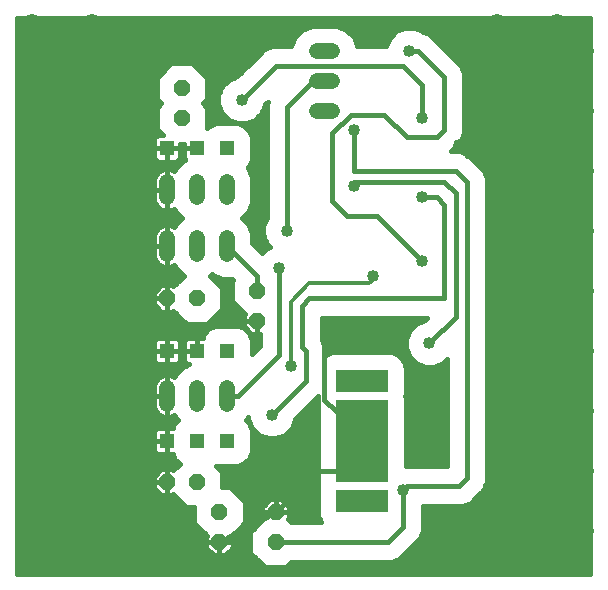
<source format=gbl>
G75*
%MOIN*%
%OFA0B0*%
%FSLAX25Y25*%
%IPPOS*%
%LPD*%
%AMOC8*
5,1,8,0,0,1.08239X$1,22.5*
%
%ADD10OC8,0.05200*%
%ADD11R,0.05150X0.05150*%
%ADD12C,0.05200*%
%ADD13C,0.06600*%
%ADD14R,0.17500X0.27500*%
%ADD15R,0.17500X0.07500*%
%ADD16C,0.01600*%
%ADD17C,0.04000*%
%ADD18C,0.04800*%
%ADD19C,0.01200*%
D10*
X0051800Y0038050D03*
X0061800Y0038050D03*
X0069300Y0028050D03*
X0069300Y0018050D03*
X0088050Y0018050D03*
X0088050Y0028050D03*
X0081800Y0091800D03*
X0081800Y0101800D03*
X0061800Y0099300D03*
X0051800Y0099300D03*
X0056800Y0159300D03*
X0056800Y0169300D03*
D11*
X0051800Y0149300D03*
X0061800Y0149300D03*
X0071800Y0149300D03*
X0071800Y0081800D03*
X0061800Y0081800D03*
X0051800Y0081800D03*
X0051800Y0051800D03*
X0061800Y0051800D03*
X0071800Y0051800D03*
D12*
X0071800Y0064200D02*
X0071800Y0069400D01*
X0061800Y0069400D02*
X0061800Y0064200D01*
X0051800Y0064200D02*
X0051800Y0069400D01*
X0051800Y0114200D02*
X0051800Y0119400D01*
X0061800Y0119400D02*
X0061800Y0114200D01*
X0071800Y0114200D02*
X0071800Y0119400D01*
X0071800Y0132950D02*
X0071800Y0138150D01*
X0061800Y0138150D02*
X0061800Y0132950D01*
X0051800Y0132950D02*
X0051800Y0138150D01*
X0101700Y0161800D02*
X0106900Y0161800D01*
X0106900Y0171800D02*
X0101700Y0171800D01*
X0101700Y0181800D02*
X0106900Y0181800D01*
D13*
X0111800Y0071800D03*
X0111800Y0061800D03*
X0111800Y0051800D03*
X0111800Y0041800D03*
X0111800Y0031800D03*
X0121800Y0031800D03*
X0121800Y0041800D03*
X0121800Y0051800D03*
X0121800Y0061800D03*
X0121800Y0071800D03*
D14*
X0116800Y0051800D03*
D15*
X0116800Y0031800D03*
X0116800Y0071800D03*
D16*
X0001800Y0007600D02*
X0001800Y0192850D01*
X0192850Y0192850D01*
X0192850Y0007600D01*
X0001800Y0007600D01*
X0001800Y0008194D02*
X0192850Y0008194D01*
X0192850Y0009793D02*
X0091672Y0009793D01*
X0091529Y0009650D02*
X0093329Y0011450D01*
X0126863Y0011450D01*
X0129289Y0012455D01*
X0134289Y0017455D01*
X0136145Y0019311D01*
X0137150Y0021737D01*
X0137150Y0030200D01*
X0150613Y0030200D01*
X0153039Y0031205D01*
X0154895Y0033061D01*
X0154895Y0033061D01*
X0155539Y0033705D01*
X0157395Y0035561D01*
X0158400Y0037987D01*
X0158400Y0139363D01*
X0157395Y0141789D01*
X0155539Y0143645D01*
X0151789Y0147395D01*
X0149363Y0148400D01*
X0146484Y0148400D01*
X0148039Y0149955D01*
X0149895Y0151811D01*
X0150900Y0154237D01*
X0150900Y0174363D01*
X0149895Y0176789D01*
X0141145Y0185539D01*
X0139289Y0187395D01*
X0137229Y0188248D01*
X0137065Y0188413D01*
X0134198Y0189600D01*
X0131095Y0189600D01*
X0128228Y0188413D01*
X0126034Y0186218D01*
X0124867Y0183400D01*
X0115300Y0183400D01*
X0115300Y0183471D01*
X0114021Y0186558D01*
X0111658Y0188921D01*
X0108571Y0190200D01*
X0100029Y0190200D01*
X0096942Y0188921D01*
X0094579Y0186558D01*
X0093300Y0183471D01*
X0093300Y0183400D01*
X0086737Y0183400D01*
X0084311Y0182395D01*
X0082455Y0180539D01*
X0082455Y0180539D01*
X0075266Y0173350D01*
X0075248Y0173350D01*
X0072382Y0172163D01*
X0070187Y0169968D01*
X0069000Y0167102D01*
X0069000Y0163998D01*
X0070187Y0161132D01*
X0072382Y0158937D01*
X0075248Y0157750D01*
X0078352Y0157750D01*
X0081218Y0158937D01*
X0083413Y0161132D01*
X0084600Y0163998D01*
X0084600Y0164016D01*
X0085379Y0164795D01*
X0085200Y0164363D01*
X0085200Y0126231D01*
X0085187Y0126218D01*
X0084000Y0123352D01*
X0084000Y0120248D01*
X0085187Y0117382D01*
X0086137Y0116432D01*
X0084882Y0115913D01*
X0083451Y0114482D01*
X0080200Y0117734D01*
X0080200Y0121071D01*
X0078921Y0124158D01*
X0076904Y0126175D01*
X0078921Y0128192D01*
X0080200Y0131279D01*
X0080200Y0139821D01*
X0078921Y0142908D01*
X0078841Y0142989D01*
X0079292Y0143440D01*
X0080175Y0145571D01*
X0080175Y0153028D01*
X0079292Y0155160D01*
X0077660Y0156792D01*
X0075528Y0157675D01*
X0068071Y0157675D01*
X0065940Y0156792D01*
X0065200Y0156052D01*
X0065200Y0162779D01*
X0063679Y0164300D01*
X0065200Y0165821D01*
X0065200Y0172779D01*
X0060279Y0177700D01*
X0053321Y0177700D01*
X0048400Y0172779D01*
X0048400Y0165821D01*
X0049921Y0164300D01*
X0048400Y0162779D01*
X0048400Y0155821D01*
X0050546Y0153675D01*
X0048988Y0153675D01*
X0048530Y0153552D01*
X0048120Y0153315D01*
X0047785Y0152980D01*
X0047548Y0152570D01*
X0047425Y0152112D01*
X0047425Y0149300D01*
X0051800Y0149300D01*
X0056175Y0149300D01*
X0056175Y0150900D01*
X0057425Y0150900D01*
X0057425Y0149300D01*
X0061800Y0149300D01*
X0061800Y0149300D01*
X0057425Y0149300D01*
X0057425Y0146488D01*
X0057548Y0146030D01*
X0057785Y0145620D01*
X0057814Y0145591D01*
X0057042Y0145271D01*
X0054679Y0142908D01*
X0054230Y0141824D01*
X0054106Y0141913D01*
X0053489Y0142228D01*
X0052830Y0142442D01*
X0052146Y0142550D01*
X0051800Y0142550D01*
X0051800Y0135550D01*
X0051800Y0135550D01*
X0051800Y0128550D01*
X0052146Y0128550D01*
X0052830Y0128658D01*
X0053489Y0128872D01*
X0054106Y0129187D01*
X0054230Y0129276D01*
X0054679Y0128192D01*
X0056696Y0126175D01*
X0054679Y0124158D01*
X0054230Y0123074D01*
X0054106Y0123163D01*
X0053489Y0123478D01*
X0052830Y0123692D01*
X0052146Y0123800D01*
X0051800Y0123800D01*
X0051800Y0116800D01*
X0051800Y0116800D01*
X0051800Y0109800D01*
X0052146Y0109800D01*
X0052830Y0109908D01*
X0053489Y0110122D01*
X0054106Y0110437D01*
X0054230Y0110526D01*
X0054679Y0109442D01*
X0057042Y0107079D01*
X0057507Y0106886D01*
X0053972Y0103351D01*
X0053623Y0103700D01*
X0051800Y0103700D01*
X0051800Y0099300D01*
X0051800Y0099300D01*
X0051800Y0094900D01*
X0053623Y0094900D01*
X0053972Y0095249D01*
X0058321Y0090900D01*
X0065279Y0090900D01*
X0070200Y0095821D01*
X0070200Y0102779D01*
X0066093Y0106886D01*
X0066558Y0107079D01*
X0066800Y0107321D01*
X0067042Y0107079D01*
X0070129Y0105800D01*
X0073466Y0105800D01*
X0073693Y0105573D01*
X0073400Y0105279D01*
X0073400Y0098321D01*
X0077749Y0093972D01*
X0077400Y0093623D01*
X0077400Y0091800D01*
X0081800Y0091800D01*
X0081800Y0087400D01*
X0082700Y0087400D01*
X0082700Y0083284D01*
X0080175Y0080759D01*
X0080175Y0085528D01*
X0079292Y0087660D01*
X0077660Y0089292D01*
X0075528Y0090175D01*
X0068071Y0090175D01*
X0065940Y0089292D01*
X0064308Y0087660D01*
X0063693Y0086175D01*
X0061800Y0086175D01*
X0061800Y0081800D01*
X0061800Y0081800D01*
X0061800Y0081800D01*
X0057425Y0081800D01*
X0057425Y0084612D01*
X0057548Y0085070D01*
X0057785Y0085480D01*
X0058120Y0085815D01*
X0058530Y0086052D01*
X0058988Y0086175D01*
X0061800Y0086175D01*
X0061800Y0081800D01*
X0057425Y0081800D01*
X0057425Y0078988D01*
X0057548Y0078530D01*
X0057785Y0078120D01*
X0058120Y0077785D01*
X0058530Y0077548D01*
X0058988Y0077425D01*
X0059224Y0077425D01*
X0057042Y0076521D01*
X0054679Y0074158D01*
X0054230Y0073074D01*
X0054106Y0073163D01*
X0053489Y0073478D01*
X0052830Y0073692D01*
X0052146Y0073800D01*
X0051800Y0073800D01*
X0051800Y0066800D01*
X0051800Y0066800D01*
X0051800Y0059800D01*
X0052146Y0059800D01*
X0052830Y0059908D01*
X0053489Y0060122D01*
X0054106Y0060437D01*
X0054230Y0060526D01*
X0054679Y0059442D01*
X0055384Y0058736D01*
X0054308Y0057660D01*
X0053693Y0056175D01*
X0051800Y0056175D01*
X0051800Y0051800D01*
X0051800Y0051800D01*
X0051800Y0047425D01*
X0053693Y0047425D01*
X0054308Y0045940D01*
X0055940Y0044308D01*
X0056109Y0044238D01*
X0053972Y0042101D01*
X0053623Y0042450D01*
X0051800Y0042450D01*
X0051800Y0038050D01*
X0051800Y0026800D01*
X0060550Y0018050D01*
X0069300Y0018050D01*
X0088050Y0028050D01*
X0101800Y0041800D01*
X0111800Y0041800D01*
X0121800Y0041800D01*
X0121800Y0051800D01*
X0111800Y0051800D01*
X0111800Y0061800D01*
X0108050Y0061800D01*
X0104300Y0065550D01*
X0104300Y0084300D01*
X0108050Y0088050D01*
X0103400Y0088120D02*
X0132439Y0088120D01*
X0132687Y0088718D02*
X0131500Y0085852D01*
X0131500Y0082748D01*
X0132687Y0079882D01*
X0134882Y0077687D01*
X0137748Y0076500D01*
X0140852Y0076500D01*
X0143718Y0077687D01*
X0145200Y0079169D01*
X0145200Y0043400D01*
X0131350Y0043400D01*
X0131350Y0066704D01*
X0131310Y0066800D01*
X0131350Y0066896D01*
X0131350Y0076704D01*
X0130467Y0078835D01*
X0128835Y0080467D01*
X0126704Y0081350D01*
X0106896Y0081350D01*
X0104765Y0080467D01*
X0104650Y0080352D01*
X0104650Y0083113D01*
X0103645Y0085539D01*
X0103400Y0085784D01*
X0103400Y0092700D01*
X0138366Y0092700D01*
X0137766Y0092100D01*
X0137748Y0092100D01*
X0134882Y0090913D01*
X0132687Y0088718D01*
X0133687Y0089718D02*
X0103400Y0089718D01*
X0103400Y0091317D02*
X0135857Y0091317D01*
X0131777Y0086521D02*
X0103400Y0086521D01*
X0103900Y0084923D02*
X0131500Y0084923D01*
X0131500Y0083324D02*
X0104562Y0083324D01*
X0104650Y0081726D02*
X0131924Y0081726D01*
X0132586Y0080127D02*
X0129175Y0080127D01*
X0130594Y0078529D02*
X0134041Y0078529D01*
X0136710Y0076930D02*
X0131256Y0076930D01*
X0131350Y0075332D02*
X0145200Y0075332D01*
X0145200Y0076930D02*
X0141890Y0076930D01*
X0144559Y0078529D02*
X0145200Y0078529D01*
X0145200Y0073733D02*
X0131350Y0073733D01*
X0131350Y0072134D02*
X0145200Y0072134D01*
X0145200Y0070536D02*
X0131350Y0070536D01*
X0131350Y0068937D02*
X0145200Y0068937D01*
X0145200Y0067339D02*
X0131350Y0067339D01*
X0131350Y0065740D02*
X0145200Y0065740D01*
X0145200Y0064142D02*
X0131350Y0064142D01*
X0131350Y0062543D02*
X0145200Y0062543D01*
X0145200Y0060945D02*
X0131350Y0060945D01*
X0131350Y0059346D02*
X0145200Y0059346D01*
X0145200Y0057748D02*
X0131350Y0057748D01*
X0131350Y0056149D02*
X0145200Y0056149D01*
X0145200Y0054551D02*
X0131350Y0054551D01*
X0131350Y0052952D02*
X0145200Y0052952D01*
X0145200Y0051354D02*
X0131350Y0051354D01*
X0131350Y0049755D02*
X0145200Y0049755D01*
X0145200Y0048157D02*
X0131350Y0048157D01*
X0131350Y0046558D02*
X0145200Y0046558D01*
X0145200Y0044960D02*
X0131350Y0044960D01*
X0131800Y0036800D02*
X0130550Y0035550D01*
X0130550Y0023050D01*
X0125550Y0018050D01*
X0088050Y0018050D01*
X0082300Y0024179D02*
X0077309Y0024179D01*
X0077700Y0024571D02*
X0077700Y0031529D01*
X0072779Y0036450D01*
X0070200Y0036450D01*
X0070200Y0041529D01*
X0068304Y0043425D01*
X0075528Y0043425D01*
X0077660Y0044308D01*
X0079292Y0045940D01*
X0080175Y0048071D01*
X0080175Y0055528D01*
X0079292Y0057660D01*
X0078216Y0058736D01*
X0078921Y0059442D01*
X0079000Y0059632D01*
X0079000Y0058998D01*
X0080187Y0056132D01*
X0082382Y0053937D01*
X0085248Y0052750D01*
X0088352Y0052750D01*
X0091218Y0053937D01*
X0093413Y0056132D01*
X0094600Y0058998D01*
X0094600Y0059016D01*
X0102250Y0066666D01*
X0102250Y0036896D01*
X0102290Y0036800D01*
X0102250Y0036704D01*
X0102250Y0026896D01*
X0103133Y0024765D01*
X0103248Y0024650D01*
X0093329Y0024650D01*
X0092101Y0025878D01*
X0092450Y0026227D01*
X0092450Y0028050D01*
X0092450Y0029873D01*
X0089873Y0032450D01*
X0088050Y0032450D01*
X0088050Y0028050D01*
X0088050Y0028050D01*
X0092450Y0028050D01*
X0088050Y0028050D01*
X0088050Y0028050D01*
X0088050Y0028050D01*
X0083650Y0028050D01*
X0083650Y0029873D01*
X0086227Y0032450D01*
X0088050Y0032450D01*
X0088050Y0028050D01*
X0083650Y0028050D01*
X0083650Y0026227D01*
X0083999Y0025878D01*
X0079650Y0021529D01*
X0079650Y0014571D01*
X0084571Y0009650D01*
X0091529Y0009650D01*
X0093270Y0011391D02*
X0192850Y0011391D01*
X0192850Y0012990D02*
X0129823Y0012990D01*
X0131422Y0014588D02*
X0192850Y0014588D01*
X0192850Y0016187D02*
X0133020Y0016187D01*
X0134619Y0017785D02*
X0192850Y0017785D01*
X0192850Y0019384D02*
X0136175Y0019384D01*
X0136837Y0020982D02*
X0192850Y0020982D01*
X0192850Y0022581D02*
X0137150Y0022581D01*
X0137150Y0024179D02*
X0192850Y0024179D01*
X0192850Y0025778D02*
X0137150Y0025778D01*
X0137150Y0027376D02*
X0192850Y0027376D01*
X0192850Y0028975D02*
X0137150Y0028975D01*
X0131800Y0036800D02*
X0149300Y0036800D01*
X0151800Y0039300D01*
X0151800Y0138050D01*
X0148050Y0141800D01*
X0114300Y0141800D01*
X0114300Y0155550D01*
X0113050Y0160550D02*
X0124300Y0160550D01*
X0131800Y0153050D01*
X0141800Y0153050D01*
X0144300Y0155550D01*
X0144300Y0173050D01*
X0135550Y0181800D01*
X0132646Y0181800D01*
X0130550Y0176800D02*
X0136800Y0170550D01*
X0136800Y0159300D01*
X0146947Y0148863D02*
X0192850Y0148863D01*
X0192850Y0147265D02*
X0151919Y0147265D01*
X0151800Y0146800D02*
X0151800Y0148050D01*
X0149300Y0150550D01*
X0148545Y0150462D02*
X0192850Y0150462D01*
X0192850Y0152060D02*
X0149998Y0152060D01*
X0150660Y0153659D02*
X0192850Y0153659D01*
X0192850Y0155257D02*
X0150900Y0155257D01*
X0150900Y0156856D02*
X0192850Y0156856D01*
X0192850Y0158454D02*
X0150900Y0158454D01*
X0150900Y0160053D02*
X0192850Y0160053D01*
X0192850Y0161651D02*
X0150900Y0161651D01*
X0150900Y0163250D02*
X0192850Y0163250D01*
X0192850Y0164848D02*
X0150900Y0164848D01*
X0150900Y0166447D02*
X0192850Y0166447D01*
X0192850Y0168045D02*
X0150900Y0168045D01*
X0150900Y0169644D02*
X0192850Y0169644D01*
X0192850Y0171242D02*
X0150900Y0171242D01*
X0150900Y0172841D02*
X0192850Y0172841D01*
X0192850Y0174439D02*
X0150868Y0174439D01*
X0150206Y0176038D02*
X0192850Y0176038D01*
X0192850Y0177636D02*
X0149048Y0177636D01*
X0147449Y0179235D02*
X0192850Y0179235D01*
X0192850Y0180833D02*
X0145851Y0180833D01*
X0144252Y0182432D02*
X0192850Y0182432D01*
X0192850Y0184030D02*
X0142654Y0184030D01*
X0141055Y0185629D02*
X0192850Y0185629D01*
X0192850Y0187227D02*
X0139456Y0187227D01*
X0136067Y0188826D02*
X0192850Y0188826D01*
X0192850Y0190424D02*
X0001800Y0190424D01*
X0001800Y0188826D02*
X0096846Y0188826D01*
X0095248Y0187227D02*
X0001800Y0187227D01*
X0001800Y0185629D02*
X0094194Y0185629D01*
X0093532Y0184030D02*
X0001800Y0184030D01*
X0001800Y0182432D02*
X0084400Y0182432D01*
X0082749Y0180833D02*
X0001800Y0180833D01*
X0001800Y0179235D02*
X0081151Y0179235D01*
X0079552Y0177636D02*
X0060343Y0177636D01*
X0061942Y0176038D02*
X0077954Y0176038D01*
X0076355Y0174439D02*
X0063540Y0174439D01*
X0065139Y0172841D02*
X0074019Y0172841D01*
X0071461Y0171242D02*
X0065200Y0171242D01*
X0065200Y0169644D02*
X0070053Y0169644D01*
X0069391Y0168045D02*
X0065200Y0168045D01*
X0065200Y0166447D02*
X0069000Y0166447D01*
X0069000Y0164848D02*
X0064228Y0164848D01*
X0064730Y0163250D02*
X0069310Y0163250D01*
X0069972Y0161651D02*
X0065200Y0161651D01*
X0065200Y0160053D02*
X0071266Y0160053D01*
X0073549Y0158454D02*
X0065200Y0158454D01*
X0065200Y0156856D02*
X0066094Y0156856D01*
X0057425Y0150462D02*
X0056175Y0150462D01*
X0056175Y0149300D02*
X0051800Y0149300D01*
X0051800Y0149300D01*
X0051800Y0144925D01*
X0054612Y0144925D01*
X0055070Y0145048D01*
X0055480Y0145285D01*
X0055815Y0145620D01*
X0056052Y0146030D01*
X0056175Y0146488D01*
X0056175Y0149300D01*
X0056175Y0148863D02*
X0057425Y0148863D01*
X0057425Y0147265D02*
X0056175Y0147265D01*
X0055842Y0145666D02*
X0057758Y0145666D01*
X0055838Y0144068D02*
X0001800Y0144068D01*
X0001800Y0145666D02*
X0047758Y0145666D01*
X0047785Y0145620D02*
X0048120Y0145285D01*
X0048530Y0145048D01*
X0048988Y0144925D01*
X0051800Y0144925D01*
X0051800Y0149300D01*
X0051800Y0149300D01*
X0051800Y0149300D01*
X0047425Y0149300D01*
X0047425Y0146488D01*
X0047548Y0146030D01*
X0047785Y0145620D01*
X0047425Y0147265D02*
X0001800Y0147265D01*
X0001800Y0148863D02*
X0047425Y0148863D01*
X0047425Y0150462D02*
X0001800Y0150462D01*
X0001800Y0152060D02*
X0047425Y0152060D01*
X0048928Y0153659D02*
X0001800Y0153659D01*
X0001800Y0155257D02*
X0048964Y0155257D01*
X0048400Y0156856D02*
X0001800Y0156856D01*
X0001800Y0158454D02*
X0048400Y0158454D01*
X0048400Y0160053D02*
X0001800Y0160053D01*
X0001800Y0161651D02*
X0048400Y0161651D01*
X0048870Y0163250D02*
X0001800Y0163250D01*
X0001800Y0164848D02*
X0049372Y0164848D01*
X0048400Y0166447D02*
X0001800Y0166447D01*
X0001800Y0168045D02*
X0048400Y0168045D01*
X0048400Y0169644D02*
X0001800Y0169644D01*
X0001800Y0171242D02*
X0048400Y0171242D01*
X0048461Y0172841D02*
X0001800Y0172841D01*
X0001800Y0174439D02*
X0050060Y0174439D01*
X0051658Y0176038D02*
X0001800Y0176038D01*
X0001800Y0177636D02*
X0053257Y0177636D01*
X0076800Y0165550D02*
X0088050Y0176800D01*
X0130550Y0176800D01*
X0125128Y0184030D02*
X0115068Y0184030D01*
X0114406Y0185629D02*
X0125790Y0185629D01*
X0127043Y0187227D02*
X0113352Y0187227D01*
X0111754Y0188826D02*
X0129226Y0188826D01*
X0104300Y0171800D02*
X0100550Y0171800D01*
X0091800Y0163050D01*
X0091800Y0121800D01*
X0084635Y0124885D02*
X0078194Y0124885D01*
X0077213Y0126484D02*
X0085200Y0126484D01*
X0085200Y0128082D02*
X0078812Y0128082D01*
X0079538Y0129681D02*
X0085200Y0129681D01*
X0085200Y0131279D02*
X0080200Y0131279D01*
X0080200Y0132878D02*
X0085200Y0132878D01*
X0085200Y0134476D02*
X0080200Y0134476D01*
X0080200Y0136075D02*
X0085200Y0136075D01*
X0085200Y0137673D02*
X0080200Y0137673D01*
X0080200Y0139272D02*
X0085200Y0139272D01*
X0085200Y0140870D02*
X0079765Y0140870D01*
X0079103Y0142469D02*
X0085200Y0142469D01*
X0085200Y0144068D02*
X0079552Y0144068D01*
X0080175Y0145666D02*
X0085200Y0145666D01*
X0085200Y0147265D02*
X0080175Y0147265D01*
X0080175Y0148863D02*
X0085200Y0148863D01*
X0085200Y0150462D02*
X0080175Y0150462D01*
X0080175Y0152060D02*
X0085200Y0152060D01*
X0085200Y0153659D02*
X0079914Y0153659D01*
X0079195Y0155257D02*
X0085200Y0155257D01*
X0085200Y0156856D02*
X0077506Y0156856D01*
X0080051Y0158454D02*
X0085200Y0158454D01*
X0085200Y0160053D02*
X0082333Y0160053D01*
X0083628Y0161651D02*
X0085200Y0161651D01*
X0085200Y0163250D02*
X0084290Y0163250D01*
X0106800Y0154300D02*
X0113050Y0160550D01*
X0106800Y0154300D02*
X0106800Y0131800D01*
X0111800Y0126800D01*
X0121800Y0126800D01*
X0136800Y0111800D01*
X0144300Y0099300D02*
X0144300Y0130550D01*
X0141800Y0133050D01*
X0136800Y0133050D01*
X0144300Y0138050D02*
X0148050Y0134300D01*
X0148050Y0093050D01*
X0139300Y0084300D01*
X0144300Y0099300D02*
X0099300Y0099300D01*
X0096800Y0096800D01*
X0096800Y0083050D01*
X0098050Y0081800D01*
X0098050Y0071800D01*
X0086800Y0060550D01*
X0094082Y0057748D02*
X0102250Y0057748D01*
X0102250Y0059346D02*
X0094930Y0059346D01*
X0096529Y0060945D02*
X0102250Y0060945D01*
X0102250Y0062543D02*
X0098127Y0062543D01*
X0099726Y0064142D02*
X0102250Y0064142D01*
X0102250Y0065740D02*
X0101324Y0065740D01*
X0102250Y0056149D02*
X0093420Y0056149D01*
X0091832Y0054551D02*
X0102250Y0054551D01*
X0102250Y0052952D02*
X0088840Y0052952D01*
X0084760Y0052952D02*
X0080175Y0052952D01*
X0080175Y0051354D02*
X0102250Y0051354D01*
X0102250Y0049755D02*
X0080175Y0049755D01*
X0080175Y0048157D02*
X0102250Y0048157D01*
X0102250Y0046558D02*
X0079548Y0046558D01*
X0078312Y0044960D02*
X0102250Y0044960D01*
X0102250Y0043361D02*
X0068368Y0043361D01*
X0069967Y0041763D02*
X0102250Y0041763D01*
X0102250Y0040164D02*
X0070200Y0040164D01*
X0070200Y0038566D02*
X0102250Y0038566D01*
X0102250Y0036967D02*
X0070200Y0036967D01*
X0073861Y0035369D02*
X0102250Y0035369D01*
X0102250Y0033770D02*
X0075459Y0033770D01*
X0077058Y0032172D02*
X0085949Y0032172D01*
X0088050Y0032172D02*
X0088050Y0032172D01*
X0088050Y0030573D02*
X0088050Y0030573D01*
X0088050Y0028975D02*
X0088050Y0028975D01*
X0084351Y0030573D02*
X0077700Y0030573D01*
X0077700Y0028975D02*
X0083650Y0028975D01*
X0083650Y0027376D02*
X0077700Y0027376D01*
X0077700Y0025778D02*
X0083898Y0025778D01*
X0080701Y0022581D02*
X0075710Y0022581D01*
X0074112Y0020982D02*
X0079650Y0020982D01*
X0079650Y0019384D02*
X0073700Y0019384D01*
X0073700Y0019873D02*
X0073351Y0020222D01*
X0077700Y0024571D01*
X0073700Y0019873D02*
X0073700Y0018050D01*
X0069300Y0018050D01*
X0069300Y0018050D01*
X0073700Y0018050D01*
X0073700Y0016227D01*
X0071123Y0013650D01*
X0069300Y0013650D01*
X0069300Y0018050D01*
X0069300Y0018050D01*
X0069300Y0018050D01*
X0064900Y0018050D01*
X0064900Y0019873D01*
X0065249Y0020222D01*
X0060900Y0024571D01*
X0060900Y0029650D01*
X0058321Y0029650D01*
X0053972Y0033999D01*
X0053623Y0033650D01*
X0051800Y0033650D01*
X0051800Y0038050D01*
X0051800Y0038050D01*
X0051800Y0038050D01*
X0051800Y0038050D01*
X0047400Y0038050D01*
X0047400Y0039873D01*
X0049977Y0042450D01*
X0051800Y0042450D01*
X0051800Y0038050D01*
X0051800Y0033650D01*
X0049977Y0033650D01*
X0047400Y0036227D01*
X0047400Y0038050D01*
X0051800Y0038050D01*
X0051800Y0038566D02*
X0051800Y0038566D01*
X0051800Y0040164D02*
X0051800Y0040164D01*
X0051800Y0041763D02*
X0051800Y0041763D01*
X0049290Y0041763D02*
X0001800Y0041763D01*
X0001800Y0043361D02*
X0055232Y0043361D01*
X0055288Y0044960D02*
X0001800Y0044960D01*
X0001800Y0046558D02*
X0054052Y0046558D01*
X0051800Y0047425D02*
X0051800Y0051800D01*
X0051800Y0051800D01*
X0051800Y0051800D01*
X0047425Y0051800D01*
X0047425Y0054612D01*
X0047548Y0055070D01*
X0047785Y0055480D01*
X0048120Y0055815D01*
X0048530Y0056052D01*
X0048988Y0056175D01*
X0051800Y0056175D01*
X0051800Y0051800D01*
X0047425Y0051800D01*
X0047425Y0048988D01*
X0047548Y0048530D01*
X0047785Y0048120D01*
X0048120Y0047785D01*
X0048530Y0047548D01*
X0048988Y0047425D01*
X0051800Y0047425D01*
X0051800Y0048157D02*
X0051800Y0048157D01*
X0051800Y0049755D02*
X0051800Y0049755D01*
X0051800Y0051354D02*
X0051800Y0051354D01*
X0051800Y0052952D02*
X0051800Y0052952D01*
X0051800Y0054551D02*
X0051800Y0054551D01*
X0051800Y0056149D02*
X0051800Y0056149D01*
X0048893Y0056149D02*
X0001800Y0056149D01*
X0001800Y0054551D02*
X0047425Y0054551D01*
X0047425Y0052952D02*
X0001800Y0052952D01*
X0001800Y0051354D02*
X0047425Y0051354D01*
X0047425Y0049755D02*
X0001800Y0049755D01*
X0001800Y0048157D02*
X0047764Y0048157D01*
X0047692Y0040164D02*
X0001800Y0040164D01*
X0001800Y0038566D02*
X0047400Y0038566D01*
X0047400Y0036967D02*
X0001800Y0036967D01*
X0001800Y0035369D02*
X0048259Y0035369D01*
X0049857Y0033770D02*
X0001800Y0033770D01*
X0001800Y0032172D02*
X0055799Y0032172D01*
X0054200Y0033770D02*
X0053743Y0033770D01*
X0051800Y0033770D02*
X0051800Y0033770D01*
X0051800Y0035369D02*
X0051800Y0035369D01*
X0051800Y0036967D02*
X0051800Y0036967D01*
X0057397Y0030573D02*
X0001800Y0030573D01*
X0001800Y0028975D02*
X0060900Y0028975D01*
X0060900Y0027376D02*
X0001800Y0027376D01*
X0001800Y0025778D02*
X0060900Y0025778D01*
X0061291Y0024179D02*
X0001800Y0024179D01*
X0001800Y0022581D02*
X0062890Y0022581D01*
X0064488Y0020982D02*
X0001800Y0020982D01*
X0001800Y0019384D02*
X0064900Y0019384D01*
X0064900Y0018050D02*
X0064900Y0016227D01*
X0067477Y0013650D01*
X0069300Y0013650D01*
X0069300Y0018050D01*
X0064900Y0018050D01*
X0064900Y0017785D02*
X0001800Y0017785D01*
X0001800Y0016187D02*
X0064941Y0016187D01*
X0066539Y0014588D02*
X0001800Y0014588D01*
X0001800Y0012990D02*
X0081231Y0012990D01*
X0079650Y0014588D02*
X0072061Y0014588D01*
X0073659Y0016187D02*
X0079650Y0016187D01*
X0079650Y0017785D02*
X0073700Y0017785D01*
X0069300Y0017785D02*
X0069300Y0017785D01*
X0069300Y0016187D02*
X0069300Y0016187D01*
X0069300Y0014588D02*
X0069300Y0014588D01*
X0082830Y0011391D02*
X0001800Y0011391D01*
X0001800Y0009793D02*
X0084428Y0009793D01*
X0092202Y0025778D02*
X0102713Y0025778D01*
X0102250Y0027376D02*
X0092450Y0027376D01*
X0092450Y0028975D02*
X0102250Y0028975D01*
X0102250Y0030573D02*
X0091749Y0030573D01*
X0090151Y0032172D02*
X0102250Y0032172D01*
X0081768Y0054551D02*
X0080175Y0054551D01*
X0080180Y0056149D02*
X0079918Y0056149D01*
X0079518Y0057748D02*
X0079204Y0057748D01*
X0079000Y0059346D02*
X0078826Y0059346D01*
X0075550Y0066800D02*
X0071800Y0066800D01*
X0075550Y0066800D02*
X0089300Y0080550D01*
X0089300Y0109300D01*
X0084263Y0115294D02*
X0082639Y0115294D01*
X0081041Y0116893D02*
X0085676Y0116893D01*
X0084728Y0118491D02*
X0080200Y0118491D01*
X0080200Y0120090D02*
X0084066Y0120090D01*
X0084000Y0121688D02*
X0079944Y0121688D01*
X0079282Y0123287D02*
X0084000Y0123287D01*
X0071800Y0116800D02*
X0081800Y0106800D01*
X0081800Y0101800D01*
X0075608Y0096112D02*
X0070200Y0096112D01*
X0070200Y0097711D02*
X0074010Y0097711D01*
X0073400Y0099309D02*
X0070200Y0099309D01*
X0070200Y0100908D02*
X0073400Y0100908D01*
X0073400Y0102506D02*
X0070200Y0102506D01*
X0068875Y0104105D02*
X0073400Y0104105D01*
X0073563Y0105703D02*
X0067276Y0105703D01*
X0066819Y0107302D02*
X0066781Y0107302D01*
X0056819Y0107302D02*
X0001800Y0107302D01*
X0001800Y0108900D02*
X0055220Y0108900D01*
X0054241Y0110499D02*
X0054191Y0110499D01*
X0051800Y0110499D02*
X0051800Y0110499D01*
X0051800Y0109800D02*
X0051800Y0116800D01*
X0051800Y0116800D01*
X0051800Y0116800D01*
X0047400Y0116800D01*
X0047400Y0119746D01*
X0047508Y0120430D01*
X0047722Y0121089D01*
X0048037Y0121706D01*
X0048444Y0122266D01*
X0048934Y0122756D01*
X0049494Y0123163D01*
X0050111Y0123478D01*
X0050770Y0123692D01*
X0051454Y0123800D01*
X0051800Y0123800D01*
X0051800Y0116800D01*
X0047400Y0116800D01*
X0047400Y0113854D01*
X0047508Y0113170D01*
X0047722Y0112511D01*
X0048037Y0111894D01*
X0048444Y0111334D01*
X0048934Y0110844D01*
X0049494Y0110437D01*
X0050111Y0110122D01*
X0050770Y0109908D01*
X0051454Y0109800D01*
X0051800Y0109800D01*
X0051800Y0112097D02*
X0051800Y0112097D01*
X0051800Y0113696D02*
X0051800Y0113696D01*
X0051800Y0115294D02*
X0051800Y0115294D01*
X0051800Y0116893D02*
X0051800Y0116893D01*
X0051800Y0118491D02*
X0051800Y0118491D01*
X0051800Y0120090D02*
X0051800Y0120090D01*
X0051800Y0121688D02*
X0051800Y0121688D01*
X0051800Y0123287D02*
X0051800Y0123287D01*
X0049737Y0123287D02*
X0001800Y0123287D01*
X0001800Y0124885D02*
X0055406Y0124885D01*
X0056387Y0126484D02*
X0001800Y0126484D01*
X0001800Y0128082D02*
X0054788Y0128082D01*
X0051800Y0128550D02*
X0051800Y0135550D01*
X0051800Y0135550D01*
X0051800Y0135550D01*
X0047400Y0135550D01*
X0047400Y0138496D01*
X0047508Y0139180D01*
X0047722Y0139839D01*
X0048037Y0140456D01*
X0048444Y0141016D01*
X0048934Y0141506D01*
X0049494Y0141913D01*
X0050111Y0142228D01*
X0050770Y0142442D01*
X0051454Y0142550D01*
X0051800Y0142550D01*
X0051800Y0135550D01*
X0047400Y0135550D01*
X0047400Y0132604D01*
X0047508Y0131920D01*
X0047722Y0131261D01*
X0048037Y0130644D01*
X0048444Y0130084D01*
X0048934Y0129594D01*
X0049494Y0129187D01*
X0050111Y0128872D01*
X0050770Y0128658D01*
X0051454Y0128550D01*
X0051800Y0128550D01*
X0051800Y0129681D02*
X0051800Y0129681D01*
X0051800Y0131279D02*
X0051800Y0131279D01*
X0051800Y0132878D02*
X0051800Y0132878D01*
X0051800Y0134476D02*
X0051800Y0134476D01*
X0051800Y0136075D02*
X0051800Y0136075D01*
X0051800Y0137673D02*
X0051800Y0137673D01*
X0051800Y0139272D02*
X0051800Y0139272D01*
X0051800Y0140870D02*
X0051800Y0140870D01*
X0051800Y0142469D02*
X0051800Y0142469D01*
X0050942Y0142469D02*
X0001800Y0142469D01*
X0001800Y0140870D02*
X0048338Y0140870D01*
X0047538Y0139272D02*
X0001800Y0139272D01*
X0001800Y0137673D02*
X0047400Y0137673D01*
X0047400Y0136075D02*
X0001800Y0136075D01*
X0001800Y0134476D02*
X0047400Y0134476D01*
X0047400Y0132878D02*
X0001800Y0132878D01*
X0001800Y0131279D02*
X0047716Y0131279D01*
X0048847Y0129681D02*
X0001800Y0129681D01*
X0001800Y0121688D02*
X0048028Y0121688D01*
X0047454Y0120090D02*
X0001800Y0120090D01*
X0001800Y0118491D02*
X0047400Y0118491D01*
X0047400Y0116893D02*
X0001800Y0116893D01*
X0001800Y0115294D02*
X0047400Y0115294D01*
X0047425Y0113696D02*
X0001800Y0113696D01*
X0001800Y0112097D02*
X0047933Y0112097D01*
X0049409Y0110499D02*
X0001800Y0110499D01*
X0001800Y0105703D02*
X0056324Y0105703D01*
X0054725Y0104105D02*
X0001800Y0104105D01*
X0001800Y0102506D02*
X0048784Y0102506D01*
X0049977Y0103700D02*
X0047400Y0101123D01*
X0047400Y0099300D01*
X0051800Y0099300D01*
X0051800Y0099300D01*
X0051800Y0099300D01*
X0051800Y0103700D01*
X0049977Y0103700D01*
X0051800Y0102506D02*
X0051800Y0102506D01*
X0051800Y0100908D02*
X0051800Y0100908D01*
X0051800Y0099309D02*
X0051800Y0099309D01*
X0051800Y0099300D02*
X0047400Y0099300D01*
X0047400Y0097477D01*
X0049977Y0094900D01*
X0051800Y0094900D01*
X0051800Y0099300D01*
X0051800Y0097711D02*
X0051800Y0097711D01*
X0051800Y0096112D02*
X0051800Y0096112D01*
X0048765Y0096112D02*
X0001800Y0096112D01*
X0001800Y0094514D02*
X0054707Y0094514D01*
X0056305Y0092915D02*
X0001800Y0092915D01*
X0001800Y0091317D02*
X0057904Y0091317D01*
X0055070Y0086052D02*
X0054612Y0086175D01*
X0051800Y0086175D01*
X0051800Y0081800D01*
X0051800Y0081800D01*
X0056175Y0081800D01*
X0056175Y0084612D01*
X0056052Y0085070D01*
X0055815Y0085480D01*
X0055480Y0085815D01*
X0055070Y0086052D01*
X0056092Y0084923D02*
X0057508Y0084923D01*
X0057425Y0083324D02*
X0056175Y0083324D01*
X0056175Y0081800D02*
X0051800Y0081800D01*
X0051800Y0081800D01*
X0051800Y0081800D01*
X0047425Y0081800D01*
X0047425Y0084612D01*
X0047548Y0085070D01*
X0047785Y0085480D01*
X0048120Y0085815D01*
X0048530Y0086052D01*
X0048988Y0086175D01*
X0051800Y0086175D01*
X0051800Y0081800D01*
X0051800Y0077425D01*
X0048988Y0077425D01*
X0048530Y0077548D01*
X0048120Y0077785D01*
X0047785Y0078120D01*
X0047548Y0078530D01*
X0047425Y0078988D01*
X0047425Y0081800D01*
X0051800Y0081800D01*
X0051800Y0081800D01*
X0051800Y0077425D01*
X0054612Y0077425D01*
X0055070Y0077548D01*
X0055480Y0077785D01*
X0055815Y0078120D01*
X0056052Y0078530D01*
X0056175Y0078988D01*
X0056175Y0081800D01*
X0056175Y0081726D02*
X0057425Y0081726D01*
X0057425Y0080127D02*
X0056175Y0080127D01*
X0056051Y0078529D02*
X0057549Y0078529D01*
X0058029Y0076930D02*
X0001800Y0076930D01*
X0001800Y0075332D02*
X0055852Y0075332D01*
X0054503Y0073733D02*
X0052569Y0073733D01*
X0051800Y0073733D02*
X0051800Y0073733D01*
X0051800Y0073800D02*
X0051454Y0073800D01*
X0050770Y0073692D01*
X0050111Y0073478D01*
X0049494Y0073163D01*
X0048934Y0072756D01*
X0048444Y0072266D01*
X0048037Y0071706D01*
X0047722Y0071089D01*
X0047508Y0070430D01*
X0047400Y0069746D01*
X0047400Y0066800D01*
X0051800Y0066800D01*
X0051800Y0066800D01*
X0051800Y0066800D01*
X0051800Y0073800D01*
X0051031Y0073733D02*
X0001800Y0073733D01*
X0001800Y0072134D02*
X0048348Y0072134D01*
X0047543Y0070536D02*
X0001800Y0070536D01*
X0001800Y0068937D02*
X0047400Y0068937D01*
X0047400Y0067339D02*
X0001800Y0067339D01*
X0001800Y0065740D02*
X0047400Y0065740D01*
X0047400Y0066800D02*
X0047400Y0063854D01*
X0047508Y0063170D01*
X0047722Y0062511D01*
X0048037Y0061894D01*
X0048444Y0061334D01*
X0048934Y0060844D01*
X0049494Y0060437D01*
X0050111Y0060122D01*
X0050770Y0059908D01*
X0051454Y0059800D01*
X0051800Y0059800D01*
X0051800Y0066800D01*
X0047400Y0066800D01*
X0047400Y0064142D02*
X0001800Y0064142D01*
X0001800Y0062543D02*
X0047712Y0062543D01*
X0048833Y0060945D02*
X0001800Y0060945D01*
X0001800Y0059346D02*
X0054774Y0059346D01*
X0054396Y0057748D02*
X0001800Y0057748D01*
X0001800Y0078529D02*
X0047549Y0078529D01*
X0047425Y0080127D02*
X0001800Y0080127D01*
X0001800Y0081726D02*
X0047425Y0081726D01*
X0047425Y0083324D02*
X0001800Y0083324D01*
X0001800Y0084923D02*
X0047508Y0084923D01*
X0051800Y0084923D02*
X0051800Y0084923D01*
X0051800Y0083324D02*
X0051800Y0083324D01*
X0051800Y0081726D02*
X0051800Y0081726D01*
X0051800Y0080127D02*
X0051800Y0080127D01*
X0051800Y0078529D02*
X0051800Y0078529D01*
X0051800Y0072134D02*
X0051800Y0072134D01*
X0051800Y0070536D02*
X0051800Y0070536D01*
X0051800Y0068937D02*
X0051800Y0068937D01*
X0051800Y0067339D02*
X0051800Y0067339D01*
X0051800Y0065740D02*
X0051800Y0065740D01*
X0051800Y0064142D02*
X0051800Y0064142D01*
X0051800Y0062543D02*
X0051800Y0062543D01*
X0051800Y0060945D02*
X0051800Y0060945D01*
X0061800Y0083324D02*
X0061800Y0083324D01*
X0061800Y0084923D02*
X0061800Y0084923D01*
X0063836Y0086521D02*
X0001800Y0086521D01*
X0001800Y0088120D02*
X0064768Y0088120D01*
X0066969Y0089718D02*
X0001800Y0089718D01*
X0001800Y0097711D02*
X0047400Y0097711D01*
X0047400Y0099309D02*
X0001800Y0099309D01*
X0001800Y0100908D02*
X0047400Y0100908D01*
X0065696Y0091317D02*
X0077400Y0091317D01*
X0077400Y0091800D02*
X0077400Y0089977D01*
X0079977Y0087400D01*
X0081800Y0087400D01*
X0081800Y0091800D01*
X0081800Y0091800D01*
X0081800Y0091800D01*
X0077400Y0091800D01*
X0077400Y0092915D02*
X0067295Y0092915D01*
X0068893Y0094514D02*
X0077207Y0094514D01*
X0081800Y0091317D02*
X0081800Y0091317D01*
X0081800Y0089718D02*
X0081800Y0089718D01*
X0081800Y0088120D02*
X0081800Y0088120D01*
X0082700Y0086521D02*
X0079764Y0086521D01*
X0080175Y0084923D02*
X0082700Y0084923D01*
X0082700Y0083324D02*
X0080175Y0083324D01*
X0080175Y0081726D02*
X0081142Y0081726D01*
X0079258Y0088120D02*
X0078832Y0088120D01*
X0077659Y0089718D02*
X0076631Y0089718D01*
X0111800Y0071800D02*
X0121800Y0071800D01*
X0121800Y0061800D02*
X0111800Y0061800D01*
X0151514Y0030573D02*
X0192850Y0030573D01*
X0192850Y0032172D02*
X0154006Y0032172D01*
X0155539Y0033705D02*
X0155539Y0033705D01*
X0155604Y0033770D02*
X0192850Y0033770D01*
X0192850Y0035369D02*
X0157203Y0035369D01*
X0157978Y0036967D02*
X0192850Y0036967D01*
X0192850Y0038566D02*
X0158400Y0038566D01*
X0158400Y0040164D02*
X0192850Y0040164D01*
X0192850Y0041763D02*
X0158400Y0041763D01*
X0158400Y0043361D02*
X0192850Y0043361D01*
X0192850Y0044960D02*
X0158400Y0044960D01*
X0158400Y0046558D02*
X0192850Y0046558D01*
X0192850Y0048157D02*
X0158400Y0048157D01*
X0158400Y0049755D02*
X0192850Y0049755D01*
X0192850Y0051354D02*
X0158400Y0051354D01*
X0158400Y0052952D02*
X0192850Y0052952D01*
X0192850Y0054551D02*
X0158400Y0054551D01*
X0158400Y0056149D02*
X0192850Y0056149D01*
X0192850Y0057748D02*
X0158400Y0057748D01*
X0158400Y0059346D02*
X0192850Y0059346D01*
X0192850Y0060945D02*
X0158400Y0060945D01*
X0158400Y0062543D02*
X0192850Y0062543D01*
X0192850Y0064142D02*
X0158400Y0064142D01*
X0158400Y0065740D02*
X0192850Y0065740D01*
X0192850Y0067339D02*
X0158400Y0067339D01*
X0158400Y0068937D02*
X0192850Y0068937D01*
X0192850Y0070536D02*
X0158400Y0070536D01*
X0158400Y0072134D02*
X0192850Y0072134D01*
X0192850Y0073733D02*
X0158400Y0073733D01*
X0158400Y0075332D02*
X0192850Y0075332D01*
X0192850Y0076930D02*
X0158400Y0076930D01*
X0158400Y0078529D02*
X0192850Y0078529D01*
X0192850Y0080127D02*
X0158400Y0080127D01*
X0158400Y0081726D02*
X0192850Y0081726D01*
X0192850Y0083324D02*
X0158400Y0083324D01*
X0158400Y0084923D02*
X0192850Y0084923D01*
X0192850Y0086521D02*
X0158400Y0086521D01*
X0158400Y0088120D02*
X0192850Y0088120D01*
X0192850Y0089718D02*
X0158400Y0089718D01*
X0158400Y0091317D02*
X0192850Y0091317D01*
X0192850Y0092915D02*
X0158400Y0092915D01*
X0158400Y0094514D02*
X0192850Y0094514D01*
X0192850Y0096112D02*
X0158400Y0096112D01*
X0158400Y0097711D02*
X0192850Y0097711D01*
X0192850Y0099309D02*
X0158400Y0099309D01*
X0158400Y0100908D02*
X0192850Y0100908D01*
X0192850Y0102506D02*
X0158400Y0102506D01*
X0158400Y0104105D02*
X0192850Y0104105D01*
X0192850Y0105703D02*
X0158400Y0105703D01*
X0158400Y0107302D02*
X0192850Y0107302D01*
X0192850Y0108900D02*
X0158400Y0108900D01*
X0158400Y0110499D02*
X0192850Y0110499D01*
X0192850Y0112097D02*
X0158400Y0112097D01*
X0158400Y0113696D02*
X0192850Y0113696D01*
X0192850Y0115294D02*
X0158400Y0115294D01*
X0158400Y0116893D02*
X0192850Y0116893D01*
X0192850Y0118491D02*
X0158400Y0118491D01*
X0158400Y0120090D02*
X0192850Y0120090D01*
X0192850Y0121688D02*
X0158400Y0121688D01*
X0158400Y0123287D02*
X0192850Y0123287D01*
X0192850Y0124885D02*
X0158400Y0124885D01*
X0158400Y0126484D02*
X0192850Y0126484D01*
X0192850Y0128082D02*
X0158400Y0128082D01*
X0158400Y0129681D02*
X0192850Y0129681D01*
X0192850Y0131279D02*
X0158400Y0131279D01*
X0158400Y0132878D02*
X0192850Y0132878D01*
X0192850Y0134476D02*
X0158400Y0134476D01*
X0158400Y0136075D02*
X0192850Y0136075D01*
X0192850Y0137673D02*
X0158400Y0137673D01*
X0158400Y0139272D02*
X0192850Y0139272D01*
X0192850Y0140870D02*
X0157776Y0140870D01*
X0156715Y0142469D02*
X0192850Y0142469D01*
X0192850Y0144068D02*
X0155116Y0144068D01*
X0153518Y0145666D02*
X0192850Y0145666D01*
X0192850Y0192023D02*
X0001800Y0192023D01*
X0051800Y0148863D02*
X0051800Y0148863D01*
X0051800Y0147265D02*
X0051800Y0147265D01*
X0051800Y0145666D02*
X0051800Y0145666D01*
X0052658Y0142469D02*
X0054497Y0142469D01*
X0054318Y0123287D02*
X0053863Y0123287D01*
X0114300Y0136800D02*
X0114300Y0138050D01*
X0144300Y0138050D01*
D17*
X0136800Y0133050D03*
X0149300Y0150550D03*
X0136800Y0159300D03*
X0114300Y0155550D03*
X0114300Y0136800D03*
X0091800Y0121800D03*
X0089300Y0109300D03*
X0108050Y0088050D03*
X0093050Y0076800D03*
X0086800Y0060550D03*
X0130550Y0035550D03*
X0139300Y0084300D03*
X0120550Y0106800D03*
X0136800Y0111800D03*
X0076800Y0165550D03*
X0132646Y0181800D03*
D18*
X0161800Y0171800D03*
X0171800Y0161800D03*
X0161800Y0151800D03*
X0171800Y0141800D03*
X0161800Y0131800D03*
X0171800Y0121800D03*
X0161800Y0111800D03*
X0171800Y0101800D03*
X0161800Y0091800D03*
X0171800Y0081800D03*
X0161800Y0071800D03*
X0171800Y0061800D03*
X0161800Y0051800D03*
X0171800Y0041800D03*
X0161800Y0031800D03*
X0171800Y0021800D03*
X0161800Y0011800D03*
X0181800Y0011800D03*
X0191800Y0021800D03*
X0181800Y0031800D03*
X0191800Y0041800D03*
X0181800Y0051800D03*
X0191800Y0061800D03*
X0181800Y0071800D03*
X0191800Y0081800D03*
X0181800Y0091800D03*
X0191800Y0101800D03*
X0181800Y0111800D03*
X0191800Y0121800D03*
X0181800Y0131800D03*
X0191800Y0141800D03*
X0181800Y0151800D03*
X0191800Y0161800D03*
X0181800Y0171800D03*
X0171800Y0181800D03*
X0161800Y0191800D03*
X0181800Y0191800D03*
X0191800Y0181800D03*
X0026800Y0171800D03*
X0016800Y0161800D03*
X0006800Y0151800D03*
X0016800Y0141800D03*
X0006800Y0131800D03*
X0016800Y0121800D03*
X0006800Y0111800D03*
X0016800Y0101800D03*
X0006800Y0091800D03*
X0016800Y0081800D03*
X0006800Y0071800D03*
X0016800Y0061800D03*
X0006800Y0051800D03*
X0016800Y0041800D03*
X0006800Y0031800D03*
X0016800Y0021800D03*
X0006800Y0011800D03*
X0026800Y0011800D03*
X0026800Y0031800D03*
X0026800Y0051800D03*
X0026800Y0071800D03*
X0026800Y0091800D03*
X0026800Y0111800D03*
X0026800Y0131800D03*
X0026800Y0151800D03*
X0006800Y0171800D03*
X0016800Y0181800D03*
X0006800Y0191800D03*
X0026800Y0191800D03*
D19*
X0099300Y0104300D02*
X0093050Y0098050D01*
X0093050Y0076800D01*
X0099300Y0104300D02*
X0119300Y0104300D01*
X0120550Y0105550D01*
X0120550Y0106800D01*
M02*

</source>
